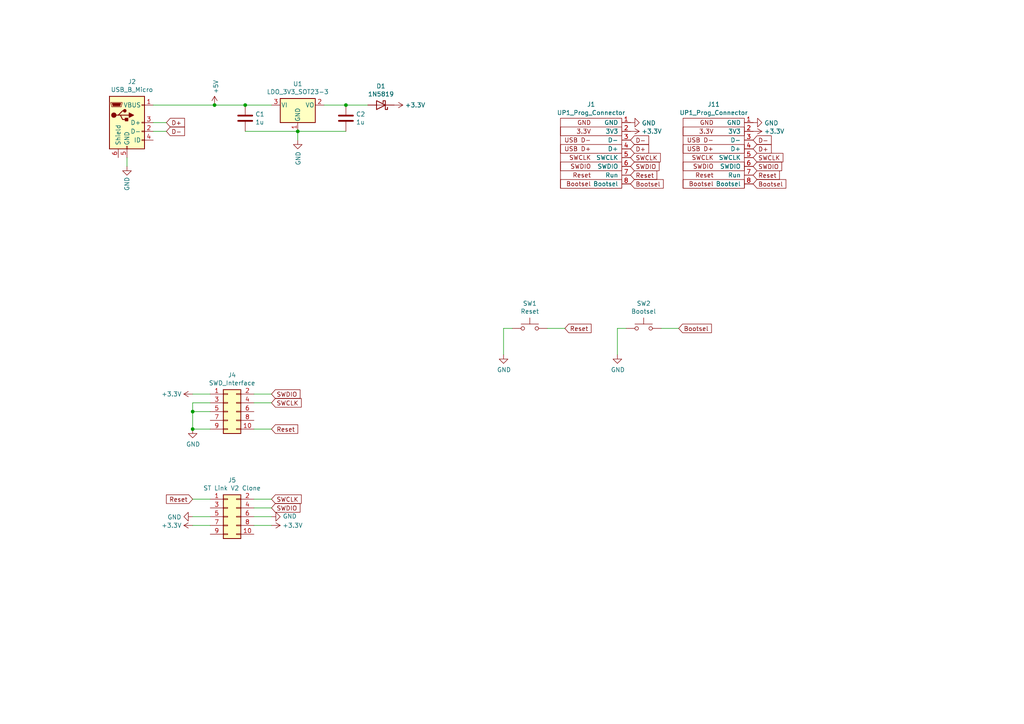
<source format=kicad_sch>
(kicad_sch (version 20230121) (generator eeschema)
  (paper "A4")
  (title_block (title "UP1-Progger") (date "2023-12-08") (rev "V01.00") (company "OpenKNX") (comment 1 "by Ing-Dom<dom@ing-dom.de>") (comment 4 "http://OpenKNX.de"))
  (lib_symbols
    (symbol "Connector_Generic:Conn_02x05_Odd_Even" (pin_names (offset 1.016) hide)
      (property "Reference" "J" (at 1.27 7.62 0))
      (property "Value" "Conn_02x05_Odd_Even" (at 1.27 -7.62 0))
      (symbol "Conn_02x05_Odd_Even_1_1"
        (rectangle (start -1.27 -4.953) (end 0 -5.207) (stroke (width 0.1524)))
        (rectangle (start -1.27 -2.413) (end 0 -2.667) (stroke (width 0.1524)))
        (rectangle (start -1.27 0.127) (end 0 -0.127) (stroke (width 0.1524)))
        (rectangle (start -1.27 2.667) (end 0 2.413) (stroke (width 0.1524)))
        (rectangle (start -1.27 5.207) (end 0 4.953) (stroke (width 0.1524)))
        (rectangle (start -1.27 6.35) (end 3.81 -6.35) (stroke (width 0.254)) (fill (type background)))
        (rectangle (start 3.81 -4.953) (end 2.54 -5.207) (stroke (width 0.1524)))
        (rectangle (start 3.81 -2.413) (end 2.54 -2.667) (stroke (width 0.1524)))
        (rectangle (start 3.81 0.127) (end 2.54 -0.127) (stroke (width 0.1524)))
        (rectangle (start 3.81 2.667) (end 2.54 2.413) (stroke (width 0.1524)))
        (rectangle (start 3.81 5.207) (end 2.54 4.953) (stroke (width 0.1524)))
        (pin passive line (at -5.08 5.08 0) (length 3.81) (name "Pin_1") (number "1"))
        (pin passive line (at 7.62 -5.08 180) (length 3.81) (name "Pin_10") (number "10"))
        (pin passive line (at 7.62 5.08 180) (length 3.81) (name "Pin_2") (number "2"))
        (pin passive line (at -5.08 2.54 0) (length 3.81) (name "Pin_3") (number "3"))
        (pin passive line (at 7.62 2.54 180) (length 3.81) (name "Pin_4") (number "4"))
        (pin passive line (at -5.08 0 0) (length 3.81) (name "Pin_5") (number "5"))
        (pin passive line (at 7.62 0 180) (length 3.81) (name "Pin_6") (number "6"))
        (pin passive line (at -5.08 -2.54 0) (length 3.81) (name "Pin_7") (number "7"))
        (pin passive line (at 7.62 -2.54 180) (length 3.81) (name "Pin_8") (number "8"))
        (pin passive line (at -5.08 -5.08 0) (length 3.81) (name "Pin_9") (number "9"))
      )
    )
    (symbol "Device:C" (pin_numbers hide) (pin_names (offset 0.254))
      (property "Reference" "C" (at 0.635 2.54 0))
      (property "Value" "C" (at 0.635 -2.54 0))
      (symbol "C_0_1"
        (polyline (pts (xy -2.032 -0.762) (xy 2.032 -0.762)) (stroke (width 0.508)))
        (polyline (pts (xy -2.032 0.762) (xy 2.032 0.762)) (stroke (width 0.508)))
      )
      (symbol "C_1_1"
        (pin passive line (at 0 3.81 270) (length 2.794) (name "~") (number "1"))
        (pin passive line (at 0 -3.81 90) (length 2.794) (name "~") (number "2"))
      )
    )
    (symbol "Diode:1N5819" (pin_numbers hide) (pin_names (offset 1.016) hide)
      (property "Reference" "D" (at 0 2.54 0))
      (property "Value" "1N5819" (at 0 -2.54 0))
      (symbol "1N5819_0_1"
        (polyline (pts (xy 1.27 0) (xy -1.27 0)))
        (polyline (pts (xy 1.27 1.27) (xy 1.27 -1.27) (xy -1.27 0) (xy 1.27 1.27)) (stroke (width 0.254)))
        (polyline (pts (xy -1.905 0.635) (xy -1.905 1.27) (xy -1.27 1.27) (xy -1.27 -1.27) (xy -0.635 -1.27) (xy -0.635 -0.635)) (stroke (width 0.254)))
      )
      (symbol "1N5819_1_1"
        (pin passive line (at -3.81 0 0) (length 2.54) (name "K") (number "1"))
        (pin passive line (at 3.81 0 180) (length 2.54) (name "A") (number "2"))
      )
    )
    (symbol "OpenKNX:OpenKNX_UP1_Prog_Connector" (pin_names (offset 1.016))
      (property "Reference" "J" (at 10.16 13.97 0))
      (property "Value" "UP1_Prog_Connector" (at 1.27 -13.97 0))
      (symbol "OpenKNX_UP1_Prog_Connector_0_0"
        (rectangle (start -5.08 -5.08) (end 12.7 -7.62))
        (rectangle (start -5.08 0) (end 12.7 -2.54))
        (rectangle (start -5.08 5.08) (end 12.7 2.54))
        (rectangle (start -5.08 10.16) (end 12.7 7.62))
        (rectangle (start -5.08 12.7) (end 12.7 -7.62))
      )
      (symbol "OpenKNX_UP1_Prog_Connector_1_0"
        (text "3.3V" (at 3.81 8.89 0) (effects (font (size 1.27 1.27)) (justify right)))
        (text "Bootsel" (at 3.81 -6.35 0) (effects (font (size 1.27 1.27)) (justify right)))
        (text "GND" (at 3.81 11.43 0) (effects (font (size 1.27 1.27)) (justify right)))
        (text "Reset" (at 3.81 -3.81 0) (effects (font (size 1.27 1.27)) (justify right)))
        (text "SWCLK" (at 3.81 1.27 0) (effects (font (size 1.27 1.27)) (justify right)))
        (text "SWDIO" (at 3.81 -1.27 0) (effects (font (size 1.27 1.27)) (justify right)))
        (text "USB D+" (at 3.81 3.81 0) (effects (font (size 1.27 1.27)) (justify right)))
        (text "USB D-" (at 3.81 6.35 0) (effects (font (size 1.27 1.27)) (justify right)))
      )
      (symbol "OpenKNX_UP1_Prog_Connector_1_1"
        (pin bidirectional line (at 15.24 11.43 180) (length 2.54) (name "GND") (number "1"))
        (pin bidirectional line (at 15.24 8.89 180) (length 2.54) (name "3V3") (number "2"))
        (pin bidirectional line (at 15.24 6.35 180) (length 2.54) (name "D-") (number "3"))
        (pin bidirectional line (at 15.24 3.81 180) (length 2.54) (name "D+") (number "4"))
        (pin bidirectional line (at 15.24 1.27 180) (length 2.54) (name "SWCLK") (number "5"))
        (pin bidirectional line (at 15.24 -1.27 180) (length 2.54) (name "SWDIO") (number "6"))
        (pin bidirectional line (at 15.24 -3.81 180) (length 2.54) (name "Run") (number "7"))
        (pin power_out line (at 15.24 -6.35 180) (length 2.54) (name "Bootsel") (number "8"))
      )
    )
    (symbol "REG1-Controller2040-rescue:MCP1700-3302E_SOT23-Regulator_Linear" (pin_names (offset 0.254))
      (property "Reference" "U" (at -3.81 3.175 0))
      (property "Value" "Regulator_Linear_MCP1700-3302E_SOT23" (at 0 3.175 0))
      (symbol "MCP1700-3302E_SOT23-Regulator_Linear_0_1"
        (rectangle (start -5.08 1.905) (end 5.08 -5.08) (stroke (width 0.254)) (fill (type background)))
      )
      (symbol "MCP1700-3302E_SOT23-Regulator_Linear_1_1"
        (pin power_in line (at 0 -7.62 90) (length 2.54) (name "GND") (number "1"))
        (pin power_out line (at 7.62 0 180) (length 2.54) (name "VO") (number "2"))
        (pin power_in line (at -7.62 0 0) (length 2.54) (name "VI") (number "3"))
      )
    )
    (symbol "REG1-Controller2040-rescue:USB_B_Micro-Connector" (pin_names (offset 1.016))
      (property "Reference" "J" (at -5.08 11.43 0))
      (property "Value" "Connector_USB_B_Micro" (at -5.08 8.89 0))
      (symbol "USB_B_Micro-Connector_0_1"
        (rectangle (start -5.08 -7.62) (end 5.08 7.62) (stroke (width 0.254)) (fill (type background)))
        (circle (center -3.81 2.159) (radius 0.635) (stroke (width 0.254)) (fill (type outline)))
        (circle (center -0.635 3.429) (radius 0.381) (stroke (width 0.254)) (fill (type outline)))
        (rectangle (start -0.127 -7.62) (end 0.127 -6.858))
        (polyline (pts (xy -1.905 2.159) (xy 0.635 2.159)) (stroke (width 0.254)))
        (polyline (pts (xy -3.175 2.159) (xy -2.54 2.159) (xy -1.27 3.429) (xy -0.635 3.429)) (stroke (width 0.254)))
        (polyline (pts (xy -2.54 2.159) (xy -1.905 2.159) (xy -1.27 0.889) (xy 0 0.889)) (stroke (width 0.254)))
        (polyline (pts (xy 0.635 2.794) (xy 0.635 1.524) (xy 1.905 2.159) (xy 0.635 2.794)) (stroke (width 0.254)) (fill (type outline)))
        (polyline (pts (xy -4.318 5.588) (xy -1.778 5.588) (xy -2.032 4.826) (xy -4.064 4.826) (xy -4.318 5.588)) (fill (type outline)))
        (polyline (pts (xy -4.699 5.842) (xy -4.699 5.588) (xy -4.445 4.826) (xy -4.445 4.572) (xy -1.651 4.572) (xy -1.651 4.826) (xy -1.397 5.588) (xy -1.397 5.842) (xy -4.699 5.842)))
        (rectangle (start 0.254 1.27) (end -0.508 0.508) (stroke (width 0.254)) (fill (type outline)))
        (rectangle (start 5.08 -5.207) (end 4.318 -4.953))
        (rectangle (start 5.08 -2.667) (end 4.318 -2.413))
        (rectangle (start 5.08 -0.127) (end 4.318 0.127))
        (rectangle (start 5.08 4.953) (end 4.318 5.207))
      )
      (symbol "USB_B_Micro-Connector_1_1"
        (pin power_out line (at 7.62 5.08 180) (length 2.54) (name "VBUS") (number "1"))
        (pin passive line (at 7.62 -2.54 180) (length 2.54) (name "D-") (number "2"))
        (pin passive line (at 7.62 0 180) (length 2.54) (name "D+") (number "3"))
        (pin passive line (at 7.62 -5.08 180) (length 2.54) (name "ID") (number "4"))
        (pin power_out line (at 0 -10.16 90) (length 2.54) (name "GND") (number "5"))
        (pin passive line (at -2.54 -10.16 90) (length 2.54) (name "Shield") (number "6"))
      )
    )
    (symbol "Switch:SW_Push" (pin_numbers hide) (pin_names (offset 1.016) hide)
      (property "Reference" "SW" (at 1.27 2.54 0))
      (property "Value" "SW_Push" (at 0 -1.524 0))
      (symbol "SW_Push_0_1"
        (circle (center -2.032 0) (radius 0.508))
        (polyline (pts (xy 0 1.27) (xy 0 3.048)))
        (polyline (pts (xy 2.54 1.27) (xy -2.54 1.27)))
        (circle (center 2.032 0) (radius 0.508))
        (pin passive line (at -5.08 0 0) (length 2.54) (name "1") (number "1"))
        (pin passive line (at 5.08 0 180) (length 2.54) (name "2") (number "2"))
      )
    )
    (symbol "power:+3.3V" (power) (pin_names (offset 0))
      (property "Value" "+3.3V" (at 0 3.556 0))
      (symbol "+3.3V_0_1"
        (polyline (pts (xy -0.762 1.27) (xy 0 2.54)))
        (polyline (pts (xy 0 0) (xy 0 2.54)))
        (polyline (pts (xy 0 2.54) (xy 0.762 1.27)))
      )
      (symbol "+3.3V_1_1"
        (pin power_in line (at 0 0 90) (length 0) hide (name "+3.3V") (number "1"))
      )
    )
    (symbol "power:+5V" (power) (pin_names (offset 0))
      (property "Value" "+5V" (at 0 3.556 0))
      (symbol "+5V_0_1"
        (polyline (pts (xy -0.762 1.27) (xy 0 2.54)))
        (polyline (pts (xy 0 0) (xy 0 2.54)))
        (polyline (pts (xy 0 2.54) (xy 0.762 1.27)))
      )
      (symbol "+5V_1_1"
        (pin power_in line (at 0 0 90) (length 0) hide (name "+5V") (number "1"))
      )
    )
    (symbol "power:GND" (power) (pin_names (offset 0))
      (property "Value" "GND" (at 0 -3.81 0))
      (symbol "GND_0_1"
        (polyline (pts (xy 0 0) (xy 0 -1.27) (xy 1.27 -1.27) (xy 0 -2.54) (xy -1.27 -1.27) (xy 0 -1.27)))
      )
      (symbol "GND_1_1"
        (pin power_in line (at 0 0 270) (length 0) hide (name "GND") (number "1"))
      )
    )
  )
  (junction (at 100.33 30.48))
  (junction (at 62.23 30.48))
  (junction (at 86.36 38.1))
  (junction (at 55.88 124.46))
  (junction (at 71.12 30.48))
  (junction (at 55.88 119.38))
  (wire (pts (xy 146.05 95.25) (xy 146.05 102.87)))
  (wire (pts (xy 181.61 95.25) (xy 179.07 95.25)))
  (wire (pts (xy 78.74 144.78) (xy 73.66 144.78)))
  (wire (pts (xy 55.88 119.38) (xy 55.88 124.46)))
  (wire (pts (xy 48.26 38.1) (xy 44.45 38.1)))
  (wire (pts (xy 60.96 119.38) (xy 55.88 119.38)))
  (wire (pts (xy 179.07 95.25) (xy 179.07 102.87)))
  (wire (pts (xy 93.98 30.48) (xy 100.33 30.48)))
  (wire (pts (xy 158.75 95.25) (xy 163.83 95.25)))
  (wire (pts (xy 62.23 30.48) (xy 71.12 30.48)))
  (wire (pts (xy 78.74 149.86) (xy 73.66 149.86)))
  (wire (pts (xy 106.68 30.48) (xy 100.33 30.48)))
  (wire (pts (xy 73.66 152.4) (xy 78.74 152.4)))
  (wire (pts (xy 86.36 38.1) (xy 86.36 40.64)))
  (wire (pts (xy 191.77 95.25) (xy 196.85 95.25)))
  (wire (pts (xy 55.88 149.86) (xy 60.96 149.86)))
  (wire (pts (xy 71.12 38.1) (xy 86.36 38.1)))
  (wire (pts (xy 73.66 124.46) (xy 78.74 124.46)))
  (wire (pts (xy 73.66 116.84) (xy 78.74 116.84)))
  (wire (pts (xy 86.36 38.1) (xy 100.33 38.1)))
  (wire (pts (xy 60.96 124.46) (xy 55.88 124.46)))
  (wire (pts (xy 78.74 114.3) (xy 73.66 114.3)))
  (wire (pts (xy 60.96 116.84) (xy 55.88 116.84)))
  (wire (pts (xy 55.88 114.3) (xy 60.96 114.3)))
  (wire (pts (xy 78.74 30.48) (xy 71.12 30.48)))
  (wire (pts (xy 60.96 144.78) (xy 55.88 144.78)))
  (wire (pts (xy 36.83 45.72) (xy 36.83 48.26)))
  (wire (pts (xy 148.59 95.25) (xy 146.05 95.25)))
  (wire (pts (xy 60.96 152.4) (xy 55.88 152.4)))
  (wire (pts (xy 55.88 116.84) (xy 55.88 119.38)))
  (wire (pts (xy 44.45 30.48) (xy 62.23 30.48)))
  (wire (pts (xy 44.45 35.56) (xy 48.26 35.56)))
  (wire (pts (xy 73.66 147.32) (xy 78.74 147.32)))
  (global_label "SWCLK" (shape input) (at 78.74 116.84 0) (property "Intersheetrefs" "${INTERSHEET_REFS}" (effects hide)))
  (global_label "SWCLK" (shape input) (at 218.44 45.72 0) (property "Intersheetrefs" "${INTERSHEET_REFS}" (effects hide)))
  (global_label "Bootsel" (shape input) (at 218.44 53.34 0) (property "Intersheetrefs" "${INTERSHEET_REFS}" (effects hide)))
  (global_label "SWCLK" (shape input) (at 78.74 144.78 0) (property "Intersheetrefs" "${INTERSHEET_REFS}" (effects hide)))
  (global_label "Bootsel" (shape input) (at 182.88 53.34 0) (property "Intersheetrefs" "${INTERSHEET_REFS}" (effects hide)))
  (global_label "SWDIO" (shape input) (at 78.74 114.3 0) (property "Intersheetrefs" "${INTERSHEET_REFS}" (effects hide)))
  (global_label "D+" (shape input) (at 218.44 43.18 0) (property "Intersheetrefs" "${INTERSHEET_REFS}" (effects hide)))
  (global_label "Reset" (shape input) (at 163.83 95.25 0) (property "Intersheetrefs" "${INTERSHEET_REFS}" (effects hide)))
  (global_label "Reset" (shape input) (at 182.88 50.8 0) (property "Intersheetrefs" "${INTERSHEET_REFS}" (effects hide)))
  (global_label "Reset" (shape input) (at 78.74 124.46 0) (property "Intersheetrefs" "${INTERSHEET_REFS}" (effects hide)))
  (global_label "Reset" (shape input) (at 55.88 144.78 180) (property "Intersheetrefs" "${INTERSHEET_REFS}" (effects hide)))
  (global_label "D-" (shape input) (at 182.88 40.64 0) (property "Intersheetrefs" "${INTERSHEET_REFS}" (effects hide)))
  (global_label "SWCLK" (shape input) (at 182.88 45.72 0) (property "Intersheetrefs" "${INTERSHEET_REFS}" (effects hide)))
  (global_label "Bootsel" (shape input) (at 196.85 95.25 0) (property "Intersheetrefs" "${INTERSHEET_REFS}" (effects hide)))
  (global_label "SWDIO" (shape input) (at 182.88 48.26 0) (property "Intersheetrefs" "${INTERSHEET_REFS}" (effects hide)))
  (global_label "D+" (shape input) (at 48.26 35.56 0) (property "Intersheetrefs" "${INTERSHEET_REFS}" (effects hide)))
  (global_label "D+" (shape input) (at 182.88 43.18 0) (property "Intersheetrefs" "${INTERSHEET_REFS}" (effects hide)))
  (global_label "SWDIO" (shape input) (at 218.44 48.26 0) (property "Intersheetrefs" "${INTERSHEET_REFS}" (effects hide)))
  (global_label "SWDIO" (shape input) (at 78.74 147.32 0) (property "Intersheetrefs" "${INTERSHEET_REFS}" (effects hide)))
  (global_label "D-" (shape input) (at 48.26 38.1 0) (property "Intersheetrefs" "${INTERSHEET_REFS}" (effects hide)))
  (global_label "D-" (shape input) (at 218.44 40.64 0) (property "Intersheetrefs" "${INTERSHEET_REFS}" (effects hide)))
  (global_label "Reset" (shape input) (at 218.44 50.8 0) (property "Intersheetrefs" "${INTERSHEET_REFS}" (effects hide)))
  (symbol (lib_id "power:GND") (at 146.05 102.87 0) (unit 1)
    (property "Reference" "#PWR0106" (effects hide))
    (property "Value" "GND" (at 146.177 107.2642 0))
  )
  (symbol (lib_id "power:+5V") (at 62.23 30.48 0) (unit 1)
    (property "Reference" "#PWR0109" (effects hide))
    (property "Value" "+5V" (at 62.611 27.2288 90) (effects (justify left)))
  )
  (symbol (lib_id "Connector_Generic:Conn_02x05_Odd_Even") (at 66.04 119.38 0) (unit 1)
    (property "Reference" "J4" (at 67.31 108.7882 0))
    (property "Value" "SWD_Interface" (at 67.31 111.0996 0))
    (property "Footprint" "Connector_PinHeader_1.27mm:PinHeader_2x05_P1.27mm_Vertical" (effects hide))
    (property "LCSC" "C2935953" (effects hide))
    (property "JLCPCB Rotation Offset" "-90" (effects hide))
  )
  (symbol (lib_id "power:GND") (at 55.88 124.46 0) (unit 1)
    (property "Reference" "#PWR0112" (effects hide))
    (property "Value" "GND" (at 56.007 128.8542 0))
  )
  (symbol (lib_id "Connector_Generic:Conn_02x05_Odd_Even") (at 66.04 149.86 0) (unit 1)
    (property "Reference" "J5" (at 67.31 139.2682 0))
    (property "Value" "ST Link V2 Clone" (at 67.31 141.5796 0))
    (property "Footprint" "Connector_IDC:IDC-Header_2x05_P2.54mm_Vertical" (effects hide))
    (property "LCSC" "C5665" (effects hide))
    (property "JLCPCB Rotation Offset" "-90" (effects hide))
  )
  (symbol (lib_id "power:GND") (at 55.88 149.86 270) (unit 1)
    (property "Reference" "#PWR0113" (effects hide))
    (property "Value" "GND" (at 52.6288 149.987 90) (effects (justify right)))
  )
  (symbol (lib_id "power:GND") (at 78.74 149.86 90) (unit 1)
    (property "Reference" "#PWR0116" (effects hide))
    (property "Value" "GND" (at 81.9912 149.733 90) (effects (justify right)))
  )
  (symbol (lib_id "Switch:SW_Push") (at 153.67 95.25 0) (unit 1)
    (property "Reference" "SW1" (at 153.67 88.011 0))
    (property "Value" "Reset" (at 153.67 90.3224 0))
    (property "Footprint" "EasyEDAModLib:C455282_SW-SMD_4P-L4.2-W3.3-P2.15-LS5.1_Handsolder" (effects hide))
    (property "LCSC" "C455282" (effects hide))
  )
  (symbol (lib_id "power:GND") (at 179.07 102.87 0) (unit 1)
    (property "Reference" "#PWR0119" (effects hide))
    (property "Value" "GND" (at 179.197 107.2642 0))
  )
  (symbol (lib_id "Switch:SW_Push") (at 186.69 95.25 0) (unit 1)
    (property "Reference" "SW2" (at 186.69 88.011 0))
    (property "Value" "Bootsel" (at 186.69 90.3224 0))
    (property "Footprint" "EasyEDAModLib:C455282_SW-SMD_4P-L4.2-W3.3-P2.15-LS5.1_Handsolder" (effects hide))
    (property "LCSC" "C455282" (effects hide))
  )
  (symbol (lib_id "Diode:1N5819") (at 110.49 30.48 180) (unit 1)
    (property "Reference" "D1" (at 110.49 24.9936 0))
    (property "Value" "1N5819" (at 110.49 27.305 0))
    (property "Footprint" "Diode_SMD:D_SOD-323" (effects hide))
    (property "Datasheet" "http://www.vishay.com/docs/88525/1n5817.pdf" (effects hide))
    (property "LCSC" "C191023" (effects hide))
  )
  (symbol (lib_id "Device:C") (at 100.33 34.29 0) (unit 1)
    (property "Reference" "C2" (at 103.251 33.1216 0) (effects (justify left)))
    (property "Value" "1u" (at 103.251 35.433 0) (effects (justify left)))
    (property "Footprint" "Capacitor_SMD:C_0603_1608Metric_Pad1.08x0.95mm_HandSolder" (effects hide))
    (property "LCSC" "C15849" (effects hide))
  )
  (symbol (lib_id "power:GND") (at 86.36 40.64 0) (unit 1)
    (property "Reference" "#PWR02" (effects hide))
    (property "Value" "GND" (at 86.487 43.8912 90) (effects (justify right)))
  )
  (symbol (lib_id "power:+3.3V") (at 55.88 114.3 90) (unit 1)
    (property "Reference" "#PWR05" (effects hide))
    (property "Value" "+3.3V" (at 52.705 114.3 90) (effects (justify left)))
  )
  (symbol (lib_id "REG1-Controller2040-rescue:MCP1700-3302E_SOT23-Regulator_Linear") (at 86.36 30.48 0) (unit 1)
    (property "Reference" "U1" (at 86.36 24.3332 0))
    (property "Value" "LDO_3V3_SOT23-3" (at 86.36 26.6446 0))
    (property "Footprint" "Package_TO_SOT_SMD:SOT-23" (effects hide))
    (property "Datasheet" "http://ww1.microchip.com/downloads/en/DeviceDoc/20001826D.pdf" (effects hide))
    (property "LCSC" "C5446" (effects hide))
    (property "JLCPCB Rotation Offset" "180" (effects hide))
  )
  (symbol (lib_id "power:+3.3V") (at 78.74 152.4 270) (unit 1)
    (property "Reference" "#PWR07" (effects hide))
    (property "Value" "+3.3V" (at 81.915 152.4 90) (effects (justify left)))
  )
  (symbol (lib_id "REG1-Controller2040-rescue:USB_B_Micro-Connector") (at 36.83 35.56 0) (unit 1)
    (property "Reference" "J2" (at 38.2778 23.6982 0))
    (property "Value" "USB_B_Micro" (at 38.2778 26.0096 0))
    (property "Footprint" "DomsKiCADLib:USB_Micro-B_JING_C10418" (effects hide))
    (property "LCSC" "C10418" (effects hide))
    (property "JLCPCB Rotation Offset" "180" (effects hide))
  )
  (symbol (lib_id "power:GND") (at 36.83 48.26 0) (unit 1)
    (property "Reference" "#PWR01" (effects hide))
    (property "Value" "GND" (at 36.83 53.34 90))
  )
  (symbol (lib_id "power:+3.3V") (at 182.88 38.1 270) (mirror x) (unit 1)
    (property "Reference" "#PWR09" (effects hide))
    (property "Value" "+3.3V" (at 186.055 38.1 90) (effects (justify left)))
  )
  (symbol (lib_id "power:+3.3V") (at 55.88 152.4 90) (unit 1)
    (property "Reference" "#PWR06" (effects hide))
    (property "Value" "+3.3V" (at 52.705 152.4 90) (effects (justify left)))
  )
  (symbol (lib_id "power:+3.3V") (at 218.44 38.1 270) (mirror x) (unit 1)
    (property "Reference" "#PWR011" (effects hide))
    (property "Value" "+3.3V" (at 221.615 38.1 90) (effects (justify left)))
  )
  (symbol (lib_id "OpenKNX:OpenKNX_UP1_Prog_Connector") (at 203.2 46.99 0) (unit 1)
    (property "Reference" "J11" (at 207.01 30.2727 0))
    (property "Value" "UP1_Prog_Connector" (at 207.01 32.6969 0))
    (property "Footprint" "EasyEDALib:CONN-TH_1.25-8A" (effects hide))
    (property "LCSC" "C17700401" (effects hide))
  )
  (symbol (lib_id "power:+3.3V") (at 114.3 30.48 270) (unit 1)
    (property "Reference" "#PWR04" (effects hide))
    (property "Value" "+3.3V" (at 117.475 30.48 90) (effects (justify left)))
  )
  (symbol (lib_id "OpenKNX:OpenKNX_UP1_Prog_Connector") (at 167.64 46.99 0) (unit 1)
    (property "Reference" "J1" (at 171.45 30.2727 0))
    (property "Value" "UP1_Prog_Connector" (at 171.45 32.6969 0))
    (property "Footprint" "Connector_PinSocket_1.27mm:PinSocket_1x08_P1.27mm_Vertical" (effects hide))
    (property "LCSC" "C691120" (effects hide))
  )
  (symbol (lib_id "power:GND") (at 218.44 35.56 90) (mirror x) (unit 1)
    (property "Reference" "#PWR010" (effects hide))
    (property "Value" "GND" (at 221.6912 35.687 90) (effects (justify right)))
  )
  (symbol (lib_id "Device:C") (at 71.12 34.29 0) (unit 1)
    (property "Reference" "C1" (at 74.041 33.1216 0) (effects (justify left)))
    (property "Value" "1u" (at 74.041 35.433 0) (effects (justify left)))
    (property "Footprint" "Capacitor_SMD:C_0603_1608Metric_Pad1.08x0.95mm_HandSolder" (effects hide))
    (property "LCSC" "C15849" (effects hide))
  )
  (symbol (lib_id "power:GND") (at 182.88 35.56 90) (mirror x) (unit 1)
    (property "Reference" "#PWR08" (effects hide))
    (property "Value" "GND" (at 186.1312 35.687 90) (effects (justify right)))
  )
)
</source>
